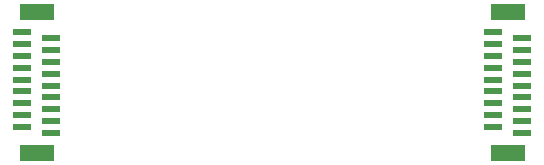
<source format=gbr>
%TF.GenerationSoftware,KiCad,Pcbnew,7.0.2-6a45011f42~172~ubuntu22.04.1*%
%TF.CreationDate,2023-05-08T11:52:49+01:00*%
%TF.ProjectId,bridge,62726964-6765-42e6-9b69-6361645f7063,rev?*%
%TF.SameCoordinates,Original*%
%TF.FileFunction,Paste,Top*%
%TF.FilePolarity,Positive*%
%FSLAX46Y46*%
G04 Gerber Fmt 4.6, Leading zero omitted, Abs format (unit mm)*
G04 Created by KiCad (PCBNEW 7.0.2-6a45011f42~172~ubuntu22.04.1) date 2023-05-08 11:52:49*
%MOMM*%
%LPD*%
G01*
G04 APERTURE LIST*
%ADD10R,1.600200X0.508000*%
%ADD11R,2.895600X1.397000*%
G04 APERTURE END LIST*
D10*
%TO.C,J1*%
X131143000Y-94249999D03*
X128730000Y-93750000D03*
X131143000Y-93250001D03*
X128730000Y-92749999D03*
X131143000Y-92250000D03*
X128730000Y-91749999D03*
X131143000Y-91250000D03*
X128730000Y-90750001D03*
X131143000Y-90249999D03*
X128730000Y-89750000D03*
X131143000Y-89250001D03*
X128730000Y-88750000D03*
X131143000Y-88250001D03*
X128730000Y-87749999D03*
X131143000Y-87250000D03*
X128730000Y-86750001D03*
X131143000Y-86250000D03*
X128730000Y-85750001D03*
D11*
X129949200Y-95943600D03*
X129949200Y-84056400D03*
%TD*%
D10*
%TO.C,J2*%
X88857000Y-85750001D03*
X91270000Y-86250000D03*
X88857000Y-86749999D03*
X91270000Y-87250001D03*
X88857000Y-87750000D03*
X91270000Y-88250001D03*
X88857000Y-88750000D03*
X91270000Y-89249999D03*
X88857000Y-89750001D03*
X91270000Y-90250000D03*
X88857000Y-90749999D03*
X91270000Y-91250000D03*
X88857000Y-91749999D03*
X91270000Y-92250001D03*
X88857000Y-92750000D03*
X91270000Y-93249999D03*
X88857000Y-93750000D03*
X91270000Y-94249999D03*
D11*
X90050800Y-84056400D03*
X90050800Y-95943600D03*
%TD*%
M02*

</source>
